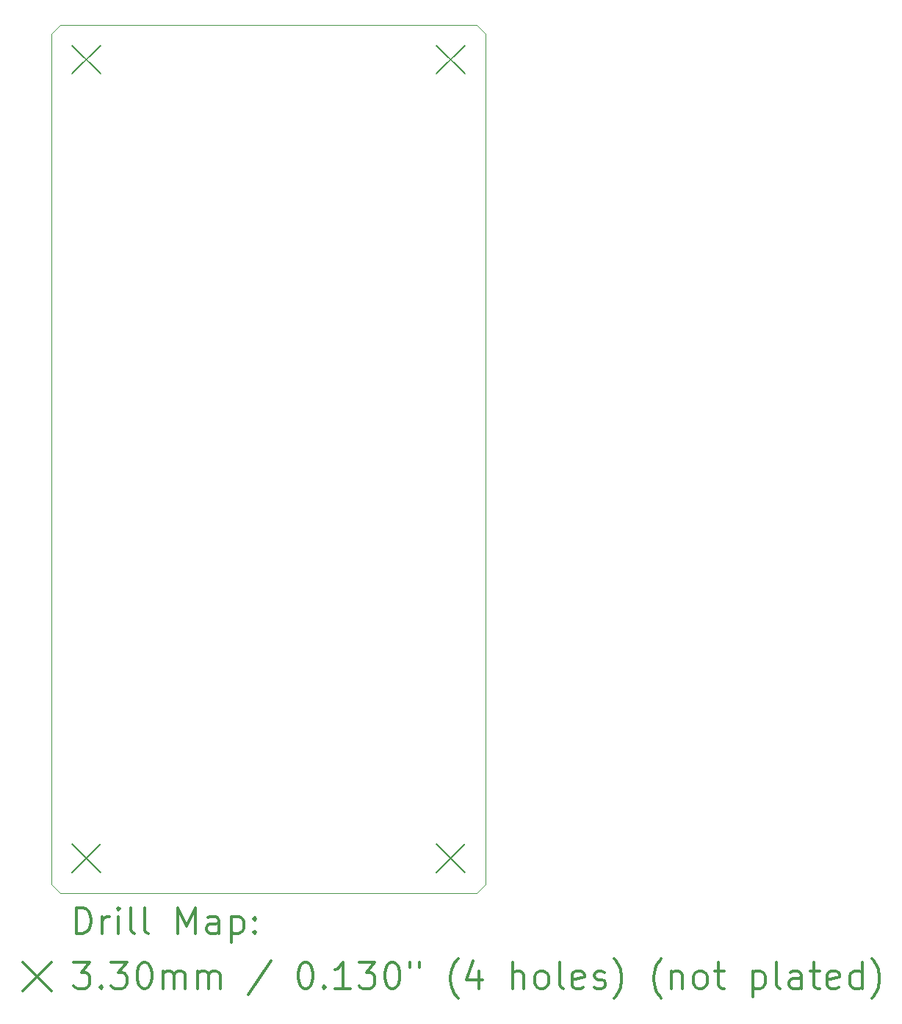
<source format=gbr>
%FSLAX45Y45*%
G04 Gerber Fmt 4.5, Leading zero omitted, Abs format (unit mm)*
G04 Created by KiCad (PCBNEW (5.1.2)-2) date 2020-04-23 16:25:42*
%MOMM*%
%LPD*%
G04 APERTURE LIST*
%ADD10C,0.050000*%
%ADD11C,0.200000*%
%ADD12C,0.300000*%
G04 APERTURE END LIST*
D10*
X12400000Y-15000000D02*
X12500000Y-14900000D01*
X7600000Y-15000000D02*
X7500000Y-14900000D01*
X7600000Y-5000000D02*
X7500000Y-5100000D01*
X12500000Y-5100000D02*
X12400000Y-5000000D01*
X7500000Y-5100000D02*
X7500000Y-14900000D01*
X7600000Y-15000000D02*
X12400000Y-15000000D01*
X12500000Y-5100000D02*
X12500000Y-14900000D01*
X7600000Y-5000000D02*
X12400000Y-5000000D01*
D11*
X7735000Y-5235000D02*
X8065000Y-5565000D01*
X8065000Y-5235000D02*
X7735000Y-5565000D01*
X11935000Y-14435000D02*
X12265000Y-14765000D01*
X12265000Y-14435000D02*
X11935000Y-14765000D01*
X7735000Y-14435000D02*
X8065000Y-14765000D01*
X8065000Y-14435000D02*
X7735000Y-14765000D01*
X11935000Y-5235000D02*
X12265000Y-5565000D01*
X12265000Y-5235000D02*
X11935000Y-5565000D01*
D12*
X7783928Y-15468214D02*
X7783928Y-15168214D01*
X7855357Y-15168214D01*
X7898214Y-15182500D01*
X7926786Y-15211071D01*
X7941071Y-15239643D01*
X7955357Y-15296786D01*
X7955357Y-15339643D01*
X7941071Y-15396786D01*
X7926786Y-15425357D01*
X7898214Y-15453929D01*
X7855357Y-15468214D01*
X7783928Y-15468214D01*
X8083928Y-15468214D02*
X8083928Y-15268214D01*
X8083928Y-15325357D02*
X8098214Y-15296786D01*
X8112500Y-15282500D01*
X8141071Y-15268214D01*
X8169643Y-15268214D01*
X8269643Y-15468214D02*
X8269643Y-15268214D01*
X8269643Y-15168214D02*
X8255357Y-15182500D01*
X8269643Y-15196786D01*
X8283928Y-15182500D01*
X8269643Y-15168214D01*
X8269643Y-15196786D01*
X8455357Y-15468214D02*
X8426786Y-15453929D01*
X8412500Y-15425357D01*
X8412500Y-15168214D01*
X8612500Y-15468214D02*
X8583928Y-15453929D01*
X8569643Y-15425357D01*
X8569643Y-15168214D01*
X8955357Y-15468214D02*
X8955357Y-15168214D01*
X9055357Y-15382500D01*
X9155357Y-15168214D01*
X9155357Y-15468214D01*
X9426786Y-15468214D02*
X9426786Y-15311071D01*
X9412500Y-15282500D01*
X9383928Y-15268214D01*
X9326786Y-15268214D01*
X9298214Y-15282500D01*
X9426786Y-15453929D02*
X9398214Y-15468214D01*
X9326786Y-15468214D01*
X9298214Y-15453929D01*
X9283928Y-15425357D01*
X9283928Y-15396786D01*
X9298214Y-15368214D01*
X9326786Y-15353929D01*
X9398214Y-15353929D01*
X9426786Y-15339643D01*
X9569643Y-15268214D02*
X9569643Y-15568214D01*
X9569643Y-15282500D02*
X9598214Y-15268214D01*
X9655357Y-15268214D01*
X9683928Y-15282500D01*
X9698214Y-15296786D01*
X9712500Y-15325357D01*
X9712500Y-15411071D01*
X9698214Y-15439643D01*
X9683928Y-15453929D01*
X9655357Y-15468214D01*
X9598214Y-15468214D01*
X9569643Y-15453929D01*
X9841071Y-15439643D02*
X9855357Y-15453929D01*
X9841071Y-15468214D01*
X9826786Y-15453929D01*
X9841071Y-15439643D01*
X9841071Y-15468214D01*
X9841071Y-15282500D02*
X9855357Y-15296786D01*
X9841071Y-15311071D01*
X9826786Y-15296786D01*
X9841071Y-15282500D01*
X9841071Y-15311071D01*
X7167500Y-15797500D02*
X7497500Y-16127500D01*
X7497500Y-15797500D02*
X7167500Y-16127500D01*
X7755357Y-15798214D02*
X7941071Y-15798214D01*
X7841071Y-15912500D01*
X7883928Y-15912500D01*
X7912500Y-15926786D01*
X7926786Y-15941071D01*
X7941071Y-15969643D01*
X7941071Y-16041071D01*
X7926786Y-16069643D01*
X7912500Y-16083929D01*
X7883928Y-16098214D01*
X7798214Y-16098214D01*
X7769643Y-16083929D01*
X7755357Y-16069643D01*
X8069643Y-16069643D02*
X8083928Y-16083929D01*
X8069643Y-16098214D01*
X8055357Y-16083929D01*
X8069643Y-16069643D01*
X8069643Y-16098214D01*
X8183928Y-15798214D02*
X8369643Y-15798214D01*
X8269643Y-15912500D01*
X8312500Y-15912500D01*
X8341071Y-15926786D01*
X8355357Y-15941071D01*
X8369643Y-15969643D01*
X8369643Y-16041071D01*
X8355357Y-16069643D01*
X8341071Y-16083929D01*
X8312500Y-16098214D01*
X8226786Y-16098214D01*
X8198214Y-16083929D01*
X8183928Y-16069643D01*
X8555357Y-15798214D02*
X8583928Y-15798214D01*
X8612500Y-15812500D01*
X8626786Y-15826786D01*
X8641071Y-15855357D01*
X8655357Y-15912500D01*
X8655357Y-15983929D01*
X8641071Y-16041071D01*
X8626786Y-16069643D01*
X8612500Y-16083929D01*
X8583928Y-16098214D01*
X8555357Y-16098214D01*
X8526786Y-16083929D01*
X8512500Y-16069643D01*
X8498214Y-16041071D01*
X8483928Y-15983929D01*
X8483928Y-15912500D01*
X8498214Y-15855357D01*
X8512500Y-15826786D01*
X8526786Y-15812500D01*
X8555357Y-15798214D01*
X8783928Y-16098214D02*
X8783928Y-15898214D01*
X8783928Y-15926786D02*
X8798214Y-15912500D01*
X8826786Y-15898214D01*
X8869643Y-15898214D01*
X8898214Y-15912500D01*
X8912500Y-15941071D01*
X8912500Y-16098214D01*
X8912500Y-15941071D02*
X8926786Y-15912500D01*
X8955357Y-15898214D01*
X8998214Y-15898214D01*
X9026786Y-15912500D01*
X9041071Y-15941071D01*
X9041071Y-16098214D01*
X9183928Y-16098214D02*
X9183928Y-15898214D01*
X9183928Y-15926786D02*
X9198214Y-15912500D01*
X9226786Y-15898214D01*
X9269643Y-15898214D01*
X9298214Y-15912500D01*
X9312500Y-15941071D01*
X9312500Y-16098214D01*
X9312500Y-15941071D02*
X9326786Y-15912500D01*
X9355357Y-15898214D01*
X9398214Y-15898214D01*
X9426786Y-15912500D01*
X9441071Y-15941071D01*
X9441071Y-16098214D01*
X10026786Y-15783929D02*
X9769643Y-16169643D01*
X10412500Y-15798214D02*
X10441071Y-15798214D01*
X10469643Y-15812500D01*
X10483928Y-15826786D01*
X10498214Y-15855357D01*
X10512500Y-15912500D01*
X10512500Y-15983929D01*
X10498214Y-16041071D01*
X10483928Y-16069643D01*
X10469643Y-16083929D01*
X10441071Y-16098214D01*
X10412500Y-16098214D01*
X10383928Y-16083929D01*
X10369643Y-16069643D01*
X10355357Y-16041071D01*
X10341071Y-15983929D01*
X10341071Y-15912500D01*
X10355357Y-15855357D01*
X10369643Y-15826786D01*
X10383928Y-15812500D01*
X10412500Y-15798214D01*
X10641071Y-16069643D02*
X10655357Y-16083929D01*
X10641071Y-16098214D01*
X10626786Y-16083929D01*
X10641071Y-16069643D01*
X10641071Y-16098214D01*
X10941071Y-16098214D02*
X10769643Y-16098214D01*
X10855357Y-16098214D02*
X10855357Y-15798214D01*
X10826786Y-15841071D01*
X10798214Y-15869643D01*
X10769643Y-15883929D01*
X11041071Y-15798214D02*
X11226786Y-15798214D01*
X11126786Y-15912500D01*
X11169643Y-15912500D01*
X11198214Y-15926786D01*
X11212500Y-15941071D01*
X11226786Y-15969643D01*
X11226786Y-16041071D01*
X11212500Y-16069643D01*
X11198214Y-16083929D01*
X11169643Y-16098214D01*
X11083928Y-16098214D01*
X11055357Y-16083929D01*
X11041071Y-16069643D01*
X11412500Y-15798214D02*
X11441071Y-15798214D01*
X11469643Y-15812500D01*
X11483928Y-15826786D01*
X11498214Y-15855357D01*
X11512500Y-15912500D01*
X11512500Y-15983929D01*
X11498214Y-16041071D01*
X11483928Y-16069643D01*
X11469643Y-16083929D01*
X11441071Y-16098214D01*
X11412500Y-16098214D01*
X11383928Y-16083929D01*
X11369643Y-16069643D01*
X11355357Y-16041071D01*
X11341071Y-15983929D01*
X11341071Y-15912500D01*
X11355357Y-15855357D01*
X11369643Y-15826786D01*
X11383928Y-15812500D01*
X11412500Y-15798214D01*
X11626786Y-15798214D02*
X11626786Y-15855357D01*
X11741071Y-15798214D02*
X11741071Y-15855357D01*
X12183928Y-16212500D02*
X12169643Y-16198214D01*
X12141071Y-16155357D01*
X12126786Y-16126786D01*
X12112500Y-16083929D01*
X12098214Y-16012500D01*
X12098214Y-15955357D01*
X12112500Y-15883929D01*
X12126786Y-15841071D01*
X12141071Y-15812500D01*
X12169643Y-15769643D01*
X12183928Y-15755357D01*
X12426786Y-15898214D02*
X12426786Y-16098214D01*
X12355357Y-15783929D02*
X12283928Y-15998214D01*
X12469643Y-15998214D01*
X12812500Y-16098214D02*
X12812500Y-15798214D01*
X12941071Y-16098214D02*
X12941071Y-15941071D01*
X12926786Y-15912500D01*
X12898214Y-15898214D01*
X12855357Y-15898214D01*
X12826786Y-15912500D01*
X12812500Y-15926786D01*
X13126786Y-16098214D02*
X13098214Y-16083929D01*
X13083928Y-16069643D01*
X13069643Y-16041071D01*
X13069643Y-15955357D01*
X13083928Y-15926786D01*
X13098214Y-15912500D01*
X13126786Y-15898214D01*
X13169643Y-15898214D01*
X13198214Y-15912500D01*
X13212500Y-15926786D01*
X13226786Y-15955357D01*
X13226786Y-16041071D01*
X13212500Y-16069643D01*
X13198214Y-16083929D01*
X13169643Y-16098214D01*
X13126786Y-16098214D01*
X13398214Y-16098214D02*
X13369643Y-16083929D01*
X13355357Y-16055357D01*
X13355357Y-15798214D01*
X13626786Y-16083929D02*
X13598214Y-16098214D01*
X13541071Y-16098214D01*
X13512500Y-16083929D01*
X13498214Y-16055357D01*
X13498214Y-15941071D01*
X13512500Y-15912500D01*
X13541071Y-15898214D01*
X13598214Y-15898214D01*
X13626786Y-15912500D01*
X13641071Y-15941071D01*
X13641071Y-15969643D01*
X13498214Y-15998214D01*
X13755357Y-16083929D02*
X13783928Y-16098214D01*
X13841071Y-16098214D01*
X13869643Y-16083929D01*
X13883928Y-16055357D01*
X13883928Y-16041071D01*
X13869643Y-16012500D01*
X13841071Y-15998214D01*
X13798214Y-15998214D01*
X13769643Y-15983929D01*
X13755357Y-15955357D01*
X13755357Y-15941071D01*
X13769643Y-15912500D01*
X13798214Y-15898214D01*
X13841071Y-15898214D01*
X13869643Y-15912500D01*
X13983928Y-16212500D02*
X13998214Y-16198214D01*
X14026786Y-16155357D01*
X14041071Y-16126786D01*
X14055357Y-16083929D01*
X14069643Y-16012500D01*
X14069643Y-15955357D01*
X14055357Y-15883929D01*
X14041071Y-15841071D01*
X14026786Y-15812500D01*
X13998214Y-15769643D01*
X13983928Y-15755357D01*
X14526786Y-16212500D02*
X14512500Y-16198214D01*
X14483928Y-16155357D01*
X14469643Y-16126786D01*
X14455357Y-16083929D01*
X14441071Y-16012500D01*
X14441071Y-15955357D01*
X14455357Y-15883929D01*
X14469643Y-15841071D01*
X14483928Y-15812500D01*
X14512500Y-15769643D01*
X14526786Y-15755357D01*
X14641071Y-15898214D02*
X14641071Y-16098214D01*
X14641071Y-15926786D02*
X14655357Y-15912500D01*
X14683928Y-15898214D01*
X14726786Y-15898214D01*
X14755357Y-15912500D01*
X14769643Y-15941071D01*
X14769643Y-16098214D01*
X14955357Y-16098214D02*
X14926786Y-16083929D01*
X14912500Y-16069643D01*
X14898214Y-16041071D01*
X14898214Y-15955357D01*
X14912500Y-15926786D01*
X14926786Y-15912500D01*
X14955357Y-15898214D01*
X14998214Y-15898214D01*
X15026786Y-15912500D01*
X15041071Y-15926786D01*
X15055357Y-15955357D01*
X15055357Y-16041071D01*
X15041071Y-16069643D01*
X15026786Y-16083929D01*
X14998214Y-16098214D01*
X14955357Y-16098214D01*
X15141071Y-15898214D02*
X15255357Y-15898214D01*
X15183928Y-15798214D02*
X15183928Y-16055357D01*
X15198214Y-16083929D01*
X15226786Y-16098214D01*
X15255357Y-16098214D01*
X15583928Y-15898214D02*
X15583928Y-16198214D01*
X15583928Y-15912500D02*
X15612500Y-15898214D01*
X15669643Y-15898214D01*
X15698214Y-15912500D01*
X15712500Y-15926786D01*
X15726786Y-15955357D01*
X15726786Y-16041071D01*
X15712500Y-16069643D01*
X15698214Y-16083929D01*
X15669643Y-16098214D01*
X15612500Y-16098214D01*
X15583928Y-16083929D01*
X15898214Y-16098214D02*
X15869643Y-16083929D01*
X15855357Y-16055357D01*
X15855357Y-15798214D01*
X16141071Y-16098214D02*
X16141071Y-15941071D01*
X16126786Y-15912500D01*
X16098214Y-15898214D01*
X16041071Y-15898214D01*
X16012500Y-15912500D01*
X16141071Y-16083929D02*
X16112500Y-16098214D01*
X16041071Y-16098214D01*
X16012500Y-16083929D01*
X15998214Y-16055357D01*
X15998214Y-16026786D01*
X16012500Y-15998214D01*
X16041071Y-15983929D01*
X16112500Y-15983929D01*
X16141071Y-15969643D01*
X16241071Y-15898214D02*
X16355357Y-15898214D01*
X16283928Y-15798214D02*
X16283928Y-16055357D01*
X16298214Y-16083929D01*
X16326786Y-16098214D01*
X16355357Y-16098214D01*
X16569643Y-16083929D02*
X16541071Y-16098214D01*
X16483928Y-16098214D01*
X16455357Y-16083929D01*
X16441071Y-16055357D01*
X16441071Y-15941071D01*
X16455357Y-15912500D01*
X16483928Y-15898214D01*
X16541071Y-15898214D01*
X16569643Y-15912500D01*
X16583928Y-15941071D01*
X16583928Y-15969643D01*
X16441071Y-15998214D01*
X16841071Y-16098214D02*
X16841071Y-15798214D01*
X16841071Y-16083929D02*
X16812500Y-16098214D01*
X16755357Y-16098214D01*
X16726786Y-16083929D01*
X16712500Y-16069643D01*
X16698214Y-16041071D01*
X16698214Y-15955357D01*
X16712500Y-15926786D01*
X16726786Y-15912500D01*
X16755357Y-15898214D01*
X16812500Y-15898214D01*
X16841071Y-15912500D01*
X16955357Y-16212500D02*
X16969643Y-16198214D01*
X16998214Y-16155357D01*
X17012500Y-16126786D01*
X17026786Y-16083929D01*
X17041071Y-16012500D01*
X17041071Y-15955357D01*
X17026786Y-15883929D01*
X17012500Y-15841071D01*
X16998214Y-15812500D01*
X16969643Y-15769643D01*
X16955357Y-15755357D01*
M02*

</source>
